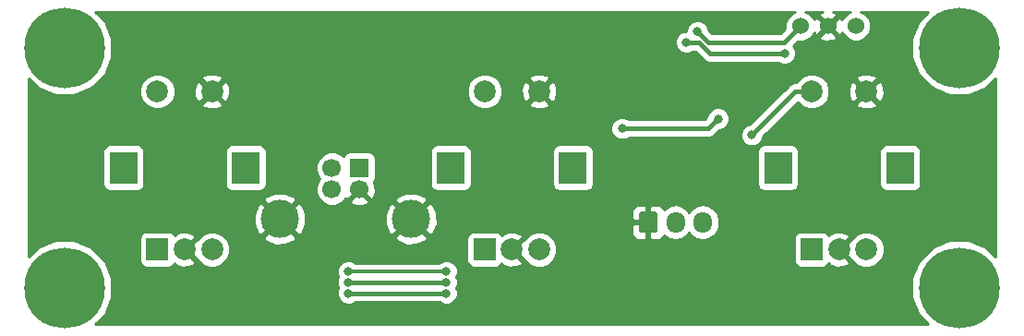
<source format=gbr>
G04 #@! TF.GenerationSoftware,KiCad,Pcbnew,5.0.2-bee76a0~70~ubuntu16.04.1*
G04 #@! TF.CreationDate,2019-03-20T11:43:52+01:00*
G04 #@! TF.ProjectId,controller,636f6e74-726f-46c6-9c65-722e6b696361,rev?*
G04 #@! TF.SameCoordinates,Original*
G04 #@! TF.FileFunction,Copper,L2,Bot*
G04 #@! TF.FilePolarity,Positive*
%FSLAX46Y46*%
G04 Gerber Fmt 4.6, Leading zero omitted, Abs format (unit mm)*
G04 Created by KiCad (PCBNEW 5.0.2-bee76a0~70~ubuntu16.04.1) date Wed 20 Mar 2019 11:43:52 AM CET*
%MOMM*%
%LPD*%
G01*
G04 APERTURE LIST*
G04 #@! TA.AperFunction,ComponentPad*
%ADD10R,1.700000X1.700000*%
G04 #@! TD*
G04 #@! TA.AperFunction,ComponentPad*
%ADD11C,1.700000*%
G04 #@! TD*
G04 #@! TA.AperFunction,ComponentPad*
%ADD12C,3.500000*%
G04 #@! TD*
G04 #@! TA.AperFunction,ComponentPad*
%ADD13C,7.400000*%
G04 #@! TD*
G04 #@! TA.AperFunction,Conductor*
%ADD14C,0.100000*%
G04 #@! TD*
G04 #@! TA.AperFunction,ComponentPad*
%ADD15O,1.700000X1.950000*%
G04 #@! TD*
G04 #@! TA.AperFunction,ComponentPad*
%ADD16C,2.000000*%
G04 #@! TD*
G04 #@! TA.AperFunction,ComponentPad*
%ADD17R,2.500000X3.000000*%
G04 #@! TD*
G04 #@! TA.AperFunction,ComponentPad*
%ADD18R,2.000000X2.000000*%
G04 #@! TD*
G04 #@! TA.AperFunction,ComponentPad*
%ADD19C,1.524000*%
G04 #@! TD*
G04 #@! TA.AperFunction,ViaPad*
%ADD20C,0.800000*%
G04 #@! TD*
G04 #@! TA.AperFunction,Conductor*
%ADD21C,0.300000*%
G04 #@! TD*
G04 #@! TA.AperFunction,Conductor*
%ADD22C,0.400000*%
G04 #@! TD*
G04 #@! TA.AperFunction,Conductor*
%ADD23C,0.254000*%
G04 #@! TD*
G04 APERTURE END LIST*
D10*
G04 #@! TO.P,J1,1*
G04 #@! TO.N,+5V*
X126000000Y-60000000D03*
D11*
G04 #@! TO.P,J1,2*
G04 #@! TO.N,Net-(J1-Pad2)*
X123500000Y-60000000D03*
G04 #@! TO.P,J1,3*
G04 #@! TO.N,Net-(J1-Pad3)*
X123500000Y-62000000D03*
G04 #@! TO.P,J1,4*
G04 #@! TO.N,GND*
X126000000Y-62000000D03*
D12*
G04 #@! TO.P,J1,5*
X130770000Y-64710000D03*
X118730000Y-64710000D03*
G04 #@! TD*
D13*
G04 #@! TO.P,H1,1*
G04 #@! TO.N,N/C*
X181000000Y-71000000D03*
G04 #@! TD*
G04 #@! TO.P,H2,1*
G04 #@! TO.N,N/C*
X99000000Y-49000000D03*
G04 #@! TD*
G04 #@! TO.P,H3,1*
G04 #@! TO.N,N/C*
X181000000Y-49000000D03*
G04 #@! TD*
G04 #@! TO.P,H4,1*
G04 #@! TO.N,N/C*
X99000000Y-71000000D03*
G04 #@! TD*
D14*
G04 #@! TO.N,GND*
G04 #@! TO.C,J2*
G36*
X153124504Y-64026204D02*
X153148773Y-64029804D01*
X153172571Y-64035765D01*
X153195671Y-64044030D01*
X153217849Y-64054520D01*
X153238893Y-64067133D01*
X153258598Y-64081747D01*
X153276777Y-64098223D01*
X153293253Y-64116402D01*
X153307867Y-64136107D01*
X153320480Y-64157151D01*
X153330970Y-64179329D01*
X153339235Y-64202429D01*
X153345196Y-64226227D01*
X153348796Y-64250496D01*
X153350000Y-64275000D01*
X153350000Y-65725000D01*
X153348796Y-65749504D01*
X153345196Y-65773773D01*
X153339235Y-65797571D01*
X153330970Y-65820671D01*
X153320480Y-65842849D01*
X153307867Y-65863893D01*
X153293253Y-65883598D01*
X153276777Y-65901777D01*
X153258598Y-65918253D01*
X153238893Y-65932867D01*
X153217849Y-65945480D01*
X153195671Y-65955970D01*
X153172571Y-65964235D01*
X153148773Y-65970196D01*
X153124504Y-65973796D01*
X153100000Y-65975000D01*
X151900000Y-65975000D01*
X151875496Y-65973796D01*
X151851227Y-65970196D01*
X151827429Y-65964235D01*
X151804329Y-65955970D01*
X151782151Y-65945480D01*
X151761107Y-65932867D01*
X151741402Y-65918253D01*
X151723223Y-65901777D01*
X151706747Y-65883598D01*
X151692133Y-65863893D01*
X151679520Y-65842849D01*
X151669030Y-65820671D01*
X151660765Y-65797571D01*
X151654804Y-65773773D01*
X151651204Y-65749504D01*
X151650000Y-65725000D01*
X151650000Y-64275000D01*
X151651204Y-64250496D01*
X151654804Y-64226227D01*
X151660765Y-64202429D01*
X151669030Y-64179329D01*
X151679520Y-64157151D01*
X151692133Y-64136107D01*
X151706747Y-64116402D01*
X151723223Y-64098223D01*
X151741402Y-64081747D01*
X151761107Y-64067133D01*
X151782151Y-64054520D01*
X151804329Y-64044030D01*
X151827429Y-64035765D01*
X151851227Y-64029804D01*
X151875496Y-64026204D01*
X151900000Y-64025000D01*
X153100000Y-64025000D01*
X153124504Y-64026204D01*
X153124504Y-64026204D01*
G37*
D11*
G04 #@! TD*
G04 #@! TO.P,J2,1*
G04 #@! TO.N,GND*
X152500000Y-65000000D03*
D15*
G04 #@! TO.P,J2,2*
G04 #@! TO.N,/LED_DATA*
X155000000Y-65000000D03*
G04 #@! TO.P,J2,3*
G04 #@! TO.N,+5V*
X157500000Y-65000000D03*
G04 #@! TD*
D16*
G04 #@! TO.P,SW1,S2*
G04 #@! TO.N,GND*
X112500000Y-53000000D03*
G04 #@! TO.P,SW1,S1*
G04 #@! TO.N,Net-(SW1-PadS1)*
X107500000Y-53000000D03*
D17*
G04 #@! TO.P,SW1,MP*
G04 #@! TO.N,N/C*
X115600000Y-60000000D03*
X104400000Y-60000000D03*
D16*
G04 #@! TO.P,SW1,B*
G04 #@! TO.N,Net-(SW1-PadB)*
X112500000Y-67500000D03*
G04 #@! TO.P,SW1,C*
G04 #@! TO.N,GND*
X110000000Y-67500000D03*
D18*
G04 #@! TO.P,SW1,A*
G04 #@! TO.N,Net-(SW1-PadA)*
X107500000Y-67500000D03*
G04 #@! TD*
G04 #@! TO.P,SW2,A*
G04 #@! TO.N,Net-(SW2-PadA)*
X137500000Y-67500000D03*
D16*
G04 #@! TO.P,SW2,C*
G04 #@! TO.N,GND*
X140000000Y-67500000D03*
G04 #@! TO.P,SW2,B*
G04 #@! TO.N,Net-(SW2-PadB)*
X142500000Y-67500000D03*
D17*
G04 #@! TO.P,SW2,MP*
G04 #@! TO.N,N/C*
X134400000Y-60000000D03*
X145600000Y-60000000D03*
D16*
G04 #@! TO.P,SW2,S1*
G04 #@! TO.N,Net-(SW2-PadS1)*
X137500000Y-53000000D03*
G04 #@! TO.P,SW2,S2*
G04 #@! TO.N,GND*
X142500000Y-53000000D03*
G04 #@! TD*
G04 #@! TO.P,SW3,S2*
G04 #@! TO.N,GND*
X172500000Y-53000000D03*
G04 #@! TO.P,SW3,S1*
G04 #@! TO.N,Net-(SW3-PadS1)*
X167500000Y-53000000D03*
D17*
G04 #@! TO.P,SW3,MP*
G04 #@! TO.N,N/C*
X175600000Y-60000000D03*
X164400000Y-60000000D03*
D16*
G04 #@! TO.P,SW3,B*
G04 #@! TO.N,Net-(SW3-PadB)*
X172500000Y-67500000D03*
G04 #@! TO.P,SW3,C*
G04 #@! TO.N,GND*
X170000000Y-67500000D03*
D18*
G04 #@! TO.P,SW3,A*
G04 #@! TO.N,Net-(SW3-PadA)*
X167500000Y-67500000D03*
G04 #@! TD*
D19*
G04 #@! TO.P,X2,1*
G04 #@! TO.N,/SWDIO*
X171540000Y-47000000D03*
G04 #@! TO.P,X2,2*
G04 #@! TO.N,GND*
X169000000Y-47000000D03*
G04 #@! TO.P,X2,3*
G04 #@! TO.N,/SWCLK*
X166460000Y-47000000D03*
G04 #@! TD*
D20*
G04 #@! TO.N,GND*
X128000000Y-54000000D03*
X121000000Y-56000000D03*
X120000000Y-55000000D03*
X148500000Y-55500000D03*
X148500000Y-48500000D03*
X162136404Y-53363596D03*
G04 #@! TO.N,Net-(SW1-PadS1)*
X134000000Y-69500000D03*
X125000000Y-69500000D03*
G04 #@! TO.N,Net-(SW1-PadB)*
X134000000Y-70500000D03*
X125000000Y-70500000D03*
G04 #@! TO.N,Net-(SW1-PadA)*
X134000000Y-71500000D03*
X125000000Y-71500000D03*
G04 #@! TO.N,Net-(SW2-PadS1)*
X150100000Y-56400000D03*
X158900000Y-55500000D03*
G04 #@! TO.N,Net-(SW3-PadS1)*
X162000000Y-57000000D03*
G04 #@! TO.N,/SWDIO*
X156000000Y-48500000D03*
X165000000Y-49500000D03*
G04 #@! TO.N,/SWCLK*
X157000000Y-47500000D03*
G04 #@! TD*
D21*
G04 #@! TO.N,Net-(SW1-PadS1)*
X134000000Y-69500000D02*
X125000000Y-69500000D01*
D22*
G04 #@! TO.N,Net-(SW1-PadB)*
X134000000Y-70500000D02*
X125000000Y-70500000D01*
G04 #@! TO.N,Net-(SW1-PadA)*
X125000000Y-71500000D02*
X134000000Y-71500000D01*
G04 #@! TO.N,Net-(SW2-PadS1)*
X158000000Y-56400000D02*
X158500001Y-55899999D01*
X158500001Y-55899999D02*
X158900000Y-55500000D01*
X150100000Y-56400000D02*
X158000000Y-56400000D01*
G04 #@! TO.N,Net-(SW3-PadS1)*
X166000000Y-53000000D02*
X167500000Y-53000000D01*
X162000000Y-57000000D02*
X166000000Y-53000000D01*
G04 #@! TO.N,/SWDIO*
X158151458Y-49500000D02*
X165000000Y-49500000D01*
X157151458Y-48500000D02*
X158151458Y-49500000D01*
X156000000Y-48500000D02*
X157151458Y-48500000D01*
G04 #@! TO.N,/SWCLK*
X164960000Y-48500000D02*
X166460000Y-47000000D01*
X158000000Y-48500000D02*
X164960000Y-48500000D01*
X157000000Y-47500000D02*
X158000000Y-48500000D01*
G04 #@! TD*
D23*
G04 #@! TO.N,GND*
G36*
X165668663Y-45815680D02*
X165275680Y-46208663D01*
X165063000Y-46722119D01*
X165063000Y-47216132D01*
X164614133Y-47665000D01*
X158345868Y-47665000D01*
X158035000Y-47354133D01*
X158035000Y-47294126D01*
X157877431Y-46913720D01*
X157586280Y-46622569D01*
X157205874Y-46465000D01*
X156794126Y-46465000D01*
X156413720Y-46622569D01*
X156122569Y-46913720D01*
X155965000Y-47294126D01*
X155965000Y-47465000D01*
X155794126Y-47465000D01*
X155413720Y-47622569D01*
X155122569Y-47913720D01*
X154965000Y-48294126D01*
X154965000Y-48705874D01*
X155122569Y-49086280D01*
X155413720Y-49377431D01*
X155794126Y-49535000D01*
X156205874Y-49535000D01*
X156586280Y-49377431D01*
X156628711Y-49335000D01*
X156805591Y-49335000D01*
X157502873Y-50032282D01*
X157549457Y-50102001D01*
X157825657Y-50286552D01*
X158069221Y-50335000D01*
X158151458Y-50351358D01*
X158233695Y-50335000D01*
X164371289Y-50335000D01*
X164413720Y-50377431D01*
X164794126Y-50535000D01*
X165205874Y-50535000D01*
X165586280Y-50377431D01*
X165877431Y-50086280D01*
X166035000Y-49705874D01*
X166035000Y-49294126D01*
X165877431Y-48913720D01*
X165802289Y-48838578D01*
X166243868Y-48397000D01*
X166737881Y-48397000D01*
X167251337Y-48184320D01*
X167455444Y-47980213D01*
X168199392Y-47980213D01*
X168268857Y-48222397D01*
X168792302Y-48409144D01*
X169347368Y-48381362D01*
X169731143Y-48222397D01*
X169800608Y-47980213D01*
X169000000Y-47179605D01*
X168199392Y-47980213D01*
X167455444Y-47980213D01*
X167644320Y-47791337D01*
X167723428Y-47600353D01*
X167777603Y-47731143D01*
X168019787Y-47800608D01*
X168820395Y-47000000D01*
X168019787Y-46199392D01*
X167777603Y-46268857D01*
X167727465Y-46409393D01*
X167644320Y-46208663D01*
X167251337Y-45815680D01*
X166935847Y-45685000D01*
X168492420Y-45685000D01*
X168268857Y-45777603D01*
X168199392Y-46019787D01*
X169000000Y-46820395D01*
X169800608Y-46019787D01*
X169731143Y-45777603D01*
X169471580Y-45685000D01*
X171064153Y-45685000D01*
X170748663Y-45815680D01*
X170355680Y-46208663D01*
X170276572Y-46399647D01*
X170222397Y-46268857D01*
X169980213Y-46199392D01*
X169179605Y-47000000D01*
X169980213Y-47800608D01*
X170222397Y-47731143D01*
X170272535Y-47590607D01*
X170355680Y-47791337D01*
X170748663Y-48184320D01*
X171262119Y-48397000D01*
X171817881Y-48397000D01*
X172331337Y-48184320D01*
X172724320Y-47791337D01*
X172937000Y-47277881D01*
X172937000Y-46722119D01*
X172724320Y-46208663D01*
X172331337Y-45815680D01*
X172015847Y-45685000D01*
X178184384Y-45685000D01*
X177324964Y-46544420D01*
X176665000Y-48137715D01*
X176665000Y-49862285D01*
X177324964Y-51455580D01*
X178544420Y-52675036D01*
X180137715Y-53335000D01*
X181862285Y-53335000D01*
X183455580Y-52675036D01*
X184315000Y-51815616D01*
X184315001Y-68184385D01*
X183455580Y-67324964D01*
X181862285Y-66665000D01*
X180137715Y-66665000D01*
X178544420Y-67324964D01*
X177324964Y-68544420D01*
X176665000Y-70137715D01*
X176665000Y-71862285D01*
X177324964Y-73455580D01*
X178184384Y-74315000D01*
X101815616Y-74315000D01*
X102675036Y-73455580D01*
X103335000Y-71862285D01*
X103335000Y-70137715D01*
X102985575Y-69294126D01*
X123965000Y-69294126D01*
X123965000Y-69705874D01*
X124086831Y-70000000D01*
X123965000Y-70294126D01*
X123965000Y-70705874D01*
X124086831Y-71000000D01*
X123965000Y-71294126D01*
X123965000Y-71705874D01*
X124122569Y-72086280D01*
X124413720Y-72377431D01*
X124794126Y-72535000D01*
X125205874Y-72535000D01*
X125586280Y-72377431D01*
X125628711Y-72335000D01*
X133371289Y-72335000D01*
X133413720Y-72377431D01*
X133794126Y-72535000D01*
X134205874Y-72535000D01*
X134586280Y-72377431D01*
X134877431Y-72086280D01*
X135035000Y-71705874D01*
X135035000Y-71294126D01*
X134913169Y-71000000D01*
X135035000Y-70705874D01*
X135035000Y-70294126D01*
X134913169Y-70000000D01*
X135035000Y-69705874D01*
X135035000Y-69294126D01*
X134877431Y-68913720D01*
X134586280Y-68622569D01*
X134205874Y-68465000D01*
X133794126Y-68465000D01*
X133413720Y-68622569D01*
X133321289Y-68715000D01*
X125678711Y-68715000D01*
X125586280Y-68622569D01*
X125205874Y-68465000D01*
X124794126Y-68465000D01*
X124413720Y-68622569D01*
X124122569Y-68913720D01*
X123965000Y-69294126D01*
X102985575Y-69294126D01*
X102675036Y-68544420D01*
X101455580Y-67324964D01*
X99862285Y-66665000D01*
X98137715Y-66665000D01*
X96544420Y-67324964D01*
X95685000Y-68184384D01*
X95685000Y-66500000D01*
X105852560Y-66500000D01*
X105852560Y-68500000D01*
X105901843Y-68747765D01*
X106042191Y-68957809D01*
X106252235Y-69098157D01*
X106500000Y-69147440D01*
X108500000Y-69147440D01*
X108747765Y-69098157D01*
X108957809Y-68957809D01*
X109075062Y-68782329D01*
X109125736Y-68919387D01*
X109735461Y-69145908D01*
X110385460Y-69121856D01*
X110874264Y-68919387D01*
X110972927Y-68652532D01*
X110000000Y-67679605D01*
X109985858Y-67693748D01*
X109806253Y-67514143D01*
X109820395Y-67500000D01*
X110179605Y-67500000D01*
X111152532Y-68472927D01*
X111158486Y-68470725D01*
X111573847Y-68886086D01*
X112174778Y-69135000D01*
X112825222Y-69135000D01*
X113426153Y-68886086D01*
X113886086Y-68426153D01*
X114135000Y-67825222D01*
X114135000Y-67174778D01*
X113886086Y-66573847D01*
X113716767Y-66404528D01*
X117215077Y-66404528D01*
X117405364Y-66749271D01*
X118286591Y-67100956D01*
X119235323Y-67088641D01*
X120054636Y-66749271D01*
X120244923Y-66404528D01*
X129255077Y-66404528D01*
X129445364Y-66749271D01*
X130326591Y-67100956D01*
X131275323Y-67088641D01*
X132094636Y-66749271D01*
X132232225Y-66500000D01*
X135852560Y-66500000D01*
X135852560Y-68500000D01*
X135901843Y-68747765D01*
X136042191Y-68957809D01*
X136252235Y-69098157D01*
X136500000Y-69147440D01*
X138500000Y-69147440D01*
X138747765Y-69098157D01*
X138957809Y-68957809D01*
X139075062Y-68782329D01*
X139125736Y-68919387D01*
X139735461Y-69145908D01*
X140385460Y-69121856D01*
X140874264Y-68919387D01*
X140972927Y-68652532D01*
X140000000Y-67679605D01*
X139985858Y-67693748D01*
X139806253Y-67514143D01*
X139820395Y-67500000D01*
X140179605Y-67500000D01*
X141152532Y-68472927D01*
X141158486Y-68470725D01*
X141573847Y-68886086D01*
X142174778Y-69135000D01*
X142825222Y-69135000D01*
X143426153Y-68886086D01*
X143886086Y-68426153D01*
X144135000Y-67825222D01*
X144135000Y-67174778D01*
X143886086Y-66573847D01*
X143426153Y-66113914D01*
X142825222Y-65865000D01*
X142174778Y-65865000D01*
X141573847Y-66113914D01*
X141158486Y-66529275D01*
X141152532Y-66527073D01*
X140179605Y-67500000D01*
X139820395Y-67500000D01*
X139806253Y-67485858D01*
X139985858Y-67306253D01*
X140000000Y-67320395D01*
X140972927Y-66347468D01*
X140874264Y-66080613D01*
X140264539Y-65854092D01*
X139614540Y-65878144D01*
X139125736Y-66080613D01*
X139075062Y-66217671D01*
X138957809Y-66042191D01*
X138747765Y-65901843D01*
X138500000Y-65852560D01*
X136500000Y-65852560D01*
X136252235Y-65901843D01*
X136042191Y-66042191D01*
X135901843Y-66252235D01*
X135852560Y-66500000D01*
X132232225Y-66500000D01*
X132284923Y-66404528D01*
X130770000Y-64889605D01*
X129255077Y-66404528D01*
X120244923Y-66404528D01*
X118730000Y-64889605D01*
X117215077Y-66404528D01*
X113716767Y-66404528D01*
X113426153Y-66113914D01*
X112825222Y-65865000D01*
X112174778Y-65865000D01*
X111573847Y-66113914D01*
X111158486Y-66529275D01*
X111152532Y-66527073D01*
X110179605Y-67500000D01*
X109820395Y-67500000D01*
X109806253Y-67485858D01*
X109985858Y-67306253D01*
X110000000Y-67320395D01*
X110972927Y-66347468D01*
X110874264Y-66080613D01*
X110264539Y-65854092D01*
X109614540Y-65878144D01*
X109125736Y-66080613D01*
X109075062Y-66217671D01*
X108957809Y-66042191D01*
X108747765Y-65901843D01*
X108500000Y-65852560D01*
X106500000Y-65852560D01*
X106252235Y-65901843D01*
X106042191Y-66042191D01*
X105901843Y-66252235D01*
X105852560Y-66500000D01*
X95685000Y-66500000D01*
X95685000Y-64266591D01*
X116339044Y-64266591D01*
X116351359Y-65215323D01*
X116690729Y-66034636D01*
X117035472Y-66224923D01*
X118550395Y-64710000D01*
X118909605Y-64710000D01*
X120424528Y-66224923D01*
X120769271Y-66034636D01*
X121120956Y-65153409D01*
X121109445Y-64266591D01*
X128379044Y-64266591D01*
X128391359Y-65215323D01*
X128730729Y-66034636D01*
X129075472Y-66224923D01*
X130590395Y-64710000D01*
X130949605Y-64710000D01*
X132464528Y-66224923D01*
X132809271Y-66034636D01*
X133108140Y-65285750D01*
X151015000Y-65285750D01*
X151015000Y-66101310D01*
X151111673Y-66334699D01*
X151290302Y-66513327D01*
X151523691Y-66610000D01*
X152214250Y-66610000D01*
X152373000Y-66451250D01*
X152373000Y-65127000D01*
X151173750Y-65127000D01*
X151015000Y-65285750D01*
X133108140Y-65285750D01*
X133160956Y-65153409D01*
X133148641Y-64204677D01*
X133021898Y-63898690D01*
X151015000Y-63898690D01*
X151015000Y-64714250D01*
X151173750Y-64873000D01*
X152373000Y-64873000D01*
X152373000Y-63548750D01*
X152627000Y-63548750D01*
X152627000Y-64873000D01*
X152647000Y-64873000D01*
X152647000Y-65127000D01*
X152627000Y-65127000D01*
X152627000Y-66451250D01*
X152785750Y-66610000D01*
X153476309Y-66610000D01*
X153709698Y-66513327D01*
X153888327Y-66334699D01*
X153942344Y-66204291D01*
X154420583Y-66523839D01*
X155000000Y-66639092D01*
X155579418Y-66523839D01*
X156070625Y-66195625D01*
X156250000Y-65927171D01*
X156429375Y-66195625D01*
X156920583Y-66523839D01*
X157500000Y-66639092D01*
X158079418Y-66523839D01*
X158115095Y-66500000D01*
X165852560Y-66500000D01*
X165852560Y-68500000D01*
X165901843Y-68747765D01*
X166042191Y-68957809D01*
X166252235Y-69098157D01*
X166500000Y-69147440D01*
X168500000Y-69147440D01*
X168747765Y-69098157D01*
X168957809Y-68957809D01*
X169075062Y-68782329D01*
X169125736Y-68919387D01*
X169735461Y-69145908D01*
X170385460Y-69121856D01*
X170874264Y-68919387D01*
X170972927Y-68652532D01*
X170000000Y-67679605D01*
X169985858Y-67693748D01*
X169806253Y-67514143D01*
X169820395Y-67500000D01*
X170179605Y-67500000D01*
X171152532Y-68472927D01*
X171158486Y-68470725D01*
X171573847Y-68886086D01*
X172174778Y-69135000D01*
X172825222Y-69135000D01*
X173426153Y-68886086D01*
X173886086Y-68426153D01*
X174135000Y-67825222D01*
X174135000Y-67174778D01*
X173886086Y-66573847D01*
X173426153Y-66113914D01*
X172825222Y-65865000D01*
X172174778Y-65865000D01*
X171573847Y-66113914D01*
X171158486Y-66529275D01*
X171152532Y-66527073D01*
X170179605Y-67500000D01*
X169820395Y-67500000D01*
X169806253Y-67485858D01*
X169985858Y-67306253D01*
X170000000Y-67320395D01*
X170972927Y-66347468D01*
X170874264Y-66080613D01*
X170264539Y-65854092D01*
X169614540Y-65878144D01*
X169125736Y-66080613D01*
X169075062Y-66217671D01*
X168957809Y-66042191D01*
X168747765Y-65901843D01*
X168500000Y-65852560D01*
X166500000Y-65852560D01*
X166252235Y-65901843D01*
X166042191Y-66042191D01*
X165901843Y-66252235D01*
X165852560Y-66500000D01*
X158115095Y-66500000D01*
X158570625Y-66195625D01*
X158898839Y-65704417D01*
X158985000Y-65271255D01*
X158985000Y-64728744D01*
X158898839Y-64295582D01*
X158570625Y-63804375D01*
X158079417Y-63476161D01*
X157500000Y-63360908D01*
X156920582Y-63476161D01*
X156429375Y-63804375D01*
X156250000Y-64072829D01*
X156070625Y-63804375D01*
X155579417Y-63476161D01*
X155000000Y-63360908D01*
X154420582Y-63476161D01*
X153942344Y-63795709D01*
X153888327Y-63665301D01*
X153709698Y-63486673D01*
X153476309Y-63390000D01*
X152785750Y-63390000D01*
X152627000Y-63548750D01*
X152373000Y-63548750D01*
X152214250Y-63390000D01*
X151523691Y-63390000D01*
X151290302Y-63486673D01*
X151111673Y-63665301D01*
X151015000Y-63898690D01*
X133021898Y-63898690D01*
X132809271Y-63385364D01*
X132464528Y-63195077D01*
X130949605Y-64710000D01*
X130590395Y-64710000D01*
X129075472Y-63195077D01*
X128730729Y-63385364D01*
X128379044Y-64266591D01*
X121109445Y-64266591D01*
X121108641Y-64204677D01*
X120769271Y-63385364D01*
X120424528Y-63195077D01*
X118909605Y-64710000D01*
X118550395Y-64710000D01*
X117035472Y-63195077D01*
X116690729Y-63385364D01*
X116339044Y-64266591D01*
X95685000Y-64266591D01*
X95685000Y-63015472D01*
X117215077Y-63015472D01*
X118730000Y-64530395D01*
X120244923Y-63015472D01*
X120054636Y-62670729D01*
X119173409Y-62319044D01*
X118224677Y-62331359D01*
X117405364Y-62670729D01*
X117215077Y-63015472D01*
X95685000Y-63015472D01*
X95685000Y-58500000D01*
X102502560Y-58500000D01*
X102502560Y-61500000D01*
X102551843Y-61747765D01*
X102692191Y-61957809D01*
X102902235Y-62098157D01*
X103150000Y-62147440D01*
X105650000Y-62147440D01*
X105897765Y-62098157D01*
X106107809Y-61957809D01*
X106248157Y-61747765D01*
X106297440Y-61500000D01*
X106297440Y-58500000D01*
X113702560Y-58500000D01*
X113702560Y-61500000D01*
X113751843Y-61747765D01*
X113892191Y-61957809D01*
X114102235Y-62098157D01*
X114350000Y-62147440D01*
X116850000Y-62147440D01*
X117097765Y-62098157D01*
X117307809Y-61957809D01*
X117448157Y-61747765D01*
X117497440Y-61500000D01*
X117497440Y-59704615D01*
X122015000Y-59704615D01*
X122015000Y-60295385D01*
X122241078Y-60841185D01*
X122399893Y-61000000D01*
X122241078Y-61158815D01*
X122015000Y-61704615D01*
X122015000Y-62295385D01*
X122241078Y-62841185D01*
X122658815Y-63258922D01*
X123204615Y-63485000D01*
X123795385Y-63485000D01*
X124341185Y-63258922D01*
X124556149Y-63043958D01*
X125135647Y-63043958D01*
X125215920Y-63295259D01*
X125771279Y-63496718D01*
X126361458Y-63470315D01*
X126784080Y-63295259D01*
X126864353Y-63043958D01*
X126835867Y-63015472D01*
X129255077Y-63015472D01*
X130770000Y-64530395D01*
X132284923Y-63015472D01*
X132094636Y-62670729D01*
X131213409Y-62319044D01*
X130264677Y-62331359D01*
X129445364Y-62670729D01*
X129255077Y-63015472D01*
X126835867Y-63015472D01*
X126000000Y-62179605D01*
X125135647Y-63043958D01*
X124556149Y-63043958D01*
X124758922Y-62841185D01*
X124773481Y-62806037D01*
X124956042Y-62864353D01*
X125820395Y-62000000D01*
X125806253Y-61985858D01*
X125985858Y-61806253D01*
X126000000Y-61820395D01*
X126014143Y-61806253D01*
X126193748Y-61985858D01*
X126179605Y-62000000D01*
X127043958Y-62864353D01*
X127295259Y-62784080D01*
X127496718Y-62228721D01*
X127470315Y-61638542D01*
X127323558Y-61284239D01*
X127448157Y-61097765D01*
X127497440Y-60850000D01*
X127497440Y-59150000D01*
X127448157Y-58902235D01*
X127307809Y-58692191D01*
X127097765Y-58551843D01*
X126850000Y-58502560D01*
X125150000Y-58502560D01*
X124902235Y-58551843D01*
X124692191Y-58692191D01*
X124551843Y-58902235D01*
X124543630Y-58943523D01*
X124341185Y-58741078D01*
X123795385Y-58515000D01*
X123204615Y-58515000D01*
X122658815Y-58741078D01*
X122241078Y-59158815D01*
X122015000Y-59704615D01*
X117497440Y-59704615D01*
X117497440Y-58500000D01*
X132502560Y-58500000D01*
X132502560Y-61500000D01*
X132551843Y-61747765D01*
X132692191Y-61957809D01*
X132902235Y-62098157D01*
X133150000Y-62147440D01*
X135650000Y-62147440D01*
X135897765Y-62098157D01*
X136107809Y-61957809D01*
X136248157Y-61747765D01*
X136297440Y-61500000D01*
X136297440Y-58500000D01*
X143702560Y-58500000D01*
X143702560Y-61500000D01*
X143751843Y-61747765D01*
X143892191Y-61957809D01*
X144102235Y-62098157D01*
X144350000Y-62147440D01*
X146850000Y-62147440D01*
X147097765Y-62098157D01*
X147307809Y-61957809D01*
X147448157Y-61747765D01*
X147497440Y-61500000D01*
X147497440Y-58500000D01*
X162502560Y-58500000D01*
X162502560Y-61500000D01*
X162551843Y-61747765D01*
X162692191Y-61957809D01*
X162902235Y-62098157D01*
X163150000Y-62147440D01*
X165650000Y-62147440D01*
X165897765Y-62098157D01*
X166107809Y-61957809D01*
X166248157Y-61747765D01*
X166297440Y-61500000D01*
X166297440Y-58500000D01*
X173702560Y-58500000D01*
X173702560Y-61500000D01*
X173751843Y-61747765D01*
X173892191Y-61957809D01*
X174102235Y-62098157D01*
X174350000Y-62147440D01*
X176850000Y-62147440D01*
X177097765Y-62098157D01*
X177307809Y-61957809D01*
X177448157Y-61747765D01*
X177497440Y-61500000D01*
X177497440Y-58500000D01*
X177448157Y-58252235D01*
X177307809Y-58042191D01*
X177097765Y-57901843D01*
X176850000Y-57852560D01*
X174350000Y-57852560D01*
X174102235Y-57901843D01*
X173892191Y-58042191D01*
X173751843Y-58252235D01*
X173702560Y-58500000D01*
X166297440Y-58500000D01*
X166248157Y-58252235D01*
X166107809Y-58042191D01*
X165897765Y-57901843D01*
X165650000Y-57852560D01*
X163150000Y-57852560D01*
X162902235Y-57901843D01*
X162692191Y-58042191D01*
X162551843Y-58252235D01*
X162502560Y-58500000D01*
X147497440Y-58500000D01*
X147448157Y-58252235D01*
X147307809Y-58042191D01*
X147097765Y-57901843D01*
X146850000Y-57852560D01*
X144350000Y-57852560D01*
X144102235Y-57901843D01*
X143892191Y-58042191D01*
X143751843Y-58252235D01*
X143702560Y-58500000D01*
X136297440Y-58500000D01*
X136248157Y-58252235D01*
X136107809Y-58042191D01*
X135897765Y-57901843D01*
X135650000Y-57852560D01*
X133150000Y-57852560D01*
X132902235Y-57901843D01*
X132692191Y-58042191D01*
X132551843Y-58252235D01*
X132502560Y-58500000D01*
X117497440Y-58500000D01*
X117448157Y-58252235D01*
X117307809Y-58042191D01*
X117097765Y-57901843D01*
X116850000Y-57852560D01*
X114350000Y-57852560D01*
X114102235Y-57901843D01*
X113892191Y-58042191D01*
X113751843Y-58252235D01*
X113702560Y-58500000D01*
X106297440Y-58500000D01*
X106248157Y-58252235D01*
X106107809Y-58042191D01*
X105897765Y-57901843D01*
X105650000Y-57852560D01*
X103150000Y-57852560D01*
X102902235Y-57901843D01*
X102692191Y-58042191D01*
X102551843Y-58252235D01*
X102502560Y-58500000D01*
X95685000Y-58500000D01*
X95685000Y-56194126D01*
X149065000Y-56194126D01*
X149065000Y-56605874D01*
X149222569Y-56986280D01*
X149513720Y-57277431D01*
X149894126Y-57435000D01*
X150305874Y-57435000D01*
X150686280Y-57277431D01*
X150728711Y-57235000D01*
X157917767Y-57235000D01*
X158000000Y-57251357D01*
X158082233Y-57235000D01*
X158082237Y-57235000D01*
X158325801Y-57186552D01*
X158602001Y-57002001D01*
X158648587Y-56932280D01*
X158786741Y-56794126D01*
X160965000Y-56794126D01*
X160965000Y-57205874D01*
X161122569Y-57586280D01*
X161413720Y-57877431D01*
X161794126Y-58035000D01*
X162205874Y-58035000D01*
X162586280Y-57877431D01*
X162877431Y-57586280D01*
X163035000Y-57205874D01*
X163035000Y-57145867D01*
X166184314Y-53996553D01*
X166573847Y-54386086D01*
X167174778Y-54635000D01*
X167825222Y-54635000D01*
X168426153Y-54386086D01*
X168659707Y-54152532D01*
X171527073Y-54152532D01*
X171625736Y-54419387D01*
X172235461Y-54645908D01*
X172885460Y-54621856D01*
X173374264Y-54419387D01*
X173472927Y-54152532D01*
X172500000Y-53179605D01*
X171527073Y-54152532D01*
X168659707Y-54152532D01*
X168886086Y-53926153D01*
X169135000Y-53325222D01*
X169135000Y-52735461D01*
X170854092Y-52735461D01*
X170878144Y-53385460D01*
X171080613Y-53874264D01*
X171347468Y-53972927D01*
X172320395Y-53000000D01*
X172679605Y-53000000D01*
X173652532Y-53972927D01*
X173919387Y-53874264D01*
X174145908Y-53264539D01*
X174121856Y-52614540D01*
X173919387Y-52125736D01*
X173652532Y-52027073D01*
X172679605Y-53000000D01*
X172320395Y-53000000D01*
X171347468Y-52027073D01*
X171080613Y-52125736D01*
X170854092Y-52735461D01*
X169135000Y-52735461D01*
X169135000Y-52674778D01*
X168886086Y-52073847D01*
X168659707Y-51847468D01*
X171527073Y-51847468D01*
X172500000Y-52820395D01*
X173472927Y-51847468D01*
X173374264Y-51580613D01*
X172764539Y-51354092D01*
X172114540Y-51378144D01*
X171625736Y-51580613D01*
X171527073Y-51847468D01*
X168659707Y-51847468D01*
X168426153Y-51613914D01*
X167825222Y-51365000D01*
X167174778Y-51365000D01*
X166573847Y-51613914D01*
X166113914Y-52073847D01*
X166076620Y-52163884D01*
X165999999Y-52148643D01*
X165917766Y-52165000D01*
X165917763Y-52165000D01*
X165674199Y-52213448D01*
X165397999Y-52397999D01*
X165351415Y-52467717D01*
X161854133Y-55965000D01*
X161794126Y-55965000D01*
X161413720Y-56122569D01*
X161122569Y-56413720D01*
X160965000Y-56794126D01*
X158786741Y-56794126D01*
X159045867Y-56535000D01*
X159105874Y-56535000D01*
X159486280Y-56377431D01*
X159777431Y-56086280D01*
X159935000Y-55705874D01*
X159935000Y-55294126D01*
X159777431Y-54913720D01*
X159486280Y-54622569D01*
X159105874Y-54465000D01*
X158694126Y-54465000D01*
X158313720Y-54622569D01*
X158022569Y-54913720D01*
X157865000Y-55294126D01*
X157865000Y-55354133D01*
X157654133Y-55565000D01*
X150728711Y-55565000D01*
X150686280Y-55522569D01*
X150305874Y-55365000D01*
X149894126Y-55365000D01*
X149513720Y-55522569D01*
X149222569Y-55813720D01*
X149065000Y-56194126D01*
X95685000Y-56194126D01*
X95685000Y-51815616D01*
X96544420Y-52675036D01*
X98137715Y-53335000D01*
X99862285Y-53335000D01*
X101455580Y-52675036D01*
X101455838Y-52674778D01*
X105865000Y-52674778D01*
X105865000Y-53325222D01*
X106113914Y-53926153D01*
X106573847Y-54386086D01*
X107174778Y-54635000D01*
X107825222Y-54635000D01*
X108426153Y-54386086D01*
X108659707Y-54152532D01*
X111527073Y-54152532D01*
X111625736Y-54419387D01*
X112235461Y-54645908D01*
X112885460Y-54621856D01*
X113374264Y-54419387D01*
X113472927Y-54152532D01*
X112500000Y-53179605D01*
X111527073Y-54152532D01*
X108659707Y-54152532D01*
X108886086Y-53926153D01*
X109135000Y-53325222D01*
X109135000Y-52735461D01*
X110854092Y-52735461D01*
X110878144Y-53385460D01*
X111080613Y-53874264D01*
X111347468Y-53972927D01*
X112320395Y-53000000D01*
X112679605Y-53000000D01*
X113652532Y-53972927D01*
X113919387Y-53874264D01*
X114145908Y-53264539D01*
X114124085Y-52674778D01*
X135865000Y-52674778D01*
X135865000Y-53325222D01*
X136113914Y-53926153D01*
X136573847Y-54386086D01*
X137174778Y-54635000D01*
X137825222Y-54635000D01*
X138426153Y-54386086D01*
X138659707Y-54152532D01*
X141527073Y-54152532D01*
X141625736Y-54419387D01*
X142235461Y-54645908D01*
X142885460Y-54621856D01*
X143374264Y-54419387D01*
X143472927Y-54152532D01*
X142500000Y-53179605D01*
X141527073Y-54152532D01*
X138659707Y-54152532D01*
X138886086Y-53926153D01*
X139135000Y-53325222D01*
X139135000Y-52735461D01*
X140854092Y-52735461D01*
X140878144Y-53385460D01*
X141080613Y-53874264D01*
X141347468Y-53972927D01*
X142320395Y-53000000D01*
X142679605Y-53000000D01*
X143652532Y-53972927D01*
X143919387Y-53874264D01*
X144145908Y-53264539D01*
X144121856Y-52614540D01*
X143919387Y-52125736D01*
X143652532Y-52027073D01*
X142679605Y-53000000D01*
X142320395Y-53000000D01*
X141347468Y-52027073D01*
X141080613Y-52125736D01*
X140854092Y-52735461D01*
X139135000Y-52735461D01*
X139135000Y-52674778D01*
X138886086Y-52073847D01*
X138659707Y-51847468D01*
X141527073Y-51847468D01*
X142500000Y-52820395D01*
X143472927Y-51847468D01*
X143374264Y-51580613D01*
X142764539Y-51354092D01*
X142114540Y-51378144D01*
X141625736Y-51580613D01*
X141527073Y-51847468D01*
X138659707Y-51847468D01*
X138426153Y-51613914D01*
X137825222Y-51365000D01*
X137174778Y-51365000D01*
X136573847Y-51613914D01*
X136113914Y-52073847D01*
X135865000Y-52674778D01*
X114124085Y-52674778D01*
X114121856Y-52614540D01*
X113919387Y-52125736D01*
X113652532Y-52027073D01*
X112679605Y-53000000D01*
X112320395Y-53000000D01*
X111347468Y-52027073D01*
X111080613Y-52125736D01*
X110854092Y-52735461D01*
X109135000Y-52735461D01*
X109135000Y-52674778D01*
X108886086Y-52073847D01*
X108659707Y-51847468D01*
X111527073Y-51847468D01*
X112500000Y-52820395D01*
X113472927Y-51847468D01*
X113374264Y-51580613D01*
X112764539Y-51354092D01*
X112114540Y-51378144D01*
X111625736Y-51580613D01*
X111527073Y-51847468D01*
X108659707Y-51847468D01*
X108426153Y-51613914D01*
X107825222Y-51365000D01*
X107174778Y-51365000D01*
X106573847Y-51613914D01*
X106113914Y-52073847D01*
X105865000Y-52674778D01*
X101455838Y-52674778D01*
X102675036Y-51455580D01*
X103335000Y-49862285D01*
X103335000Y-48137715D01*
X102675036Y-46544420D01*
X101815616Y-45685000D01*
X165984153Y-45685000D01*
X165668663Y-45815680D01*
X165668663Y-45815680D01*
G37*
X165668663Y-45815680D02*
X165275680Y-46208663D01*
X165063000Y-46722119D01*
X165063000Y-47216132D01*
X164614133Y-47665000D01*
X158345868Y-47665000D01*
X158035000Y-47354133D01*
X158035000Y-47294126D01*
X157877431Y-46913720D01*
X157586280Y-46622569D01*
X157205874Y-46465000D01*
X156794126Y-46465000D01*
X156413720Y-46622569D01*
X156122569Y-46913720D01*
X155965000Y-47294126D01*
X155965000Y-47465000D01*
X155794126Y-47465000D01*
X155413720Y-47622569D01*
X155122569Y-47913720D01*
X154965000Y-48294126D01*
X154965000Y-48705874D01*
X155122569Y-49086280D01*
X155413720Y-49377431D01*
X155794126Y-49535000D01*
X156205874Y-49535000D01*
X156586280Y-49377431D01*
X156628711Y-49335000D01*
X156805591Y-49335000D01*
X157502873Y-50032282D01*
X157549457Y-50102001D01*
X157825657Y-50286552D01*
X158069221Y-50335000D01*
X158151458Y-50351358D01*
X158233695Y-50335000D01*
X164371289Y-50335000D01*
X164413720Y-50377431D01*
X164794126Y-50535000D01*
X165205874Y-50535000D01*
X165586280Y-50377431D01*
X165877431Y-50086280D01*
X166035000Y-49705874D01*
X166035000Y-49294126D01*
X165877431Y-48913720D01*
X165802289Y-48838578D01*
X166243868Y-48397000D01*
X166737881Y-48397000D01*
X167251337Y-48184320D01*
X167455444Y-47980213D01*
X168199392Y-47980213D01*
X168268857Y-48222397D01*
X168792302Y-48409144D01*
X169347368Y-48381362D01*
X169731143Y-48222397D01*
X169800608Y-47980213D01*
X169000000Y-47179605D01*
X168199392Y-47980213D01*
X167455444Y-47980213D01*
X167644320Y-47791337D01*
X167723428Y-47600353D01*
X167777603Y-47731143D01*
X168019787Y-47800608D01*
X168820395Y-47000000D01*
X168019787Y-46199392D01*
X167777603Y-46268857D01*
X167727465Y-46409393D01*
X167644320Y-46208663D01*
X167251337Y-45815680D01*
X166935847Y-45685000D01*
X168492420Y-45685000D01*
X168268857Y-45777603D01*
X168199392Y-46019787D01*
X169000000Y-46820395D01*
X169800608Y-46019787D01*
X169731143Y-45777603D01*
X169471580Y-45685000D01*
X171064153Y-45685000D01*
X170748663Y-45815680D01*
X170355680Y-46208663D01*
X170276572Y-46399647D01*
X170222397Y-46268857D01*
X169980213Y-46199392D01*
X169179605Y-47000000D01*
X169980213Y-47800608D01*
X170222397Y-47731143D01*
X170272535Y-47590607D01*
X170355680Y-47791337D01*
X170748663Y-48184320D01*
X171262119Y-48397000D01*
X171817881Y-48397000D01*
X172331337Y-48184320D01*
X172724320Y-47791337D01*
X172937000Y-47277881D01*
X172937000Y-46722119D01*
X172724320Y-46208663D01*
X172331337Y-45815680D01*
X172015847Y-45685000D01*
X178184384Y-45685000D01*
X177324964Y-46544420D01*
X176665000Y-48137715D01*
X176665000Y-49862285D01*
X177324964Y-51455580D01*
X178544420Y-52675036D01*
X180137715Y-53335000D01*
X181862285Y-53335000D01*
X183455580Y-52675036D01*
X184315000Y-51815616D01*
X184315001Y-68184385D01*
X183455580Y-67324964D01*
X181862285Y-66665000D01*
X180137715Y-66665000D01*
X178544420Y-67324964D01*
X177324964Y-68544420D01*
X176665000Y-70137715D01*
X176665000Y-71862285D01*
X177324964Y-73455580D01*
X178184384Y-74315000D01*
X101815616Y-74315000D01*
X102675036Y-73455580D01*
X103335000Y-71862285D01*
X103335000Y-70137715D01*
X102985575Y-69294126D01*
X123965000Y-69294126D01*
X123965000Y-69705874D01*
X124086831Y-70000000D01*
X123965000Y-70294126D01*
X123965000Y-70705874D01*
X124086831Y-71000000D01*
X123965000Y-71294126D01*
X123965000Y-71705874D01*
X124122569Y-72086280D01*
X124413720Y-72377431D01*
X124794126Y-72535000D01*
X125205874Y-72535000D01*
X125586280Y-72377431D01*
X125628711Y-72335000D01*
X133371289Y-72335000D01*
X133413720Y-72377431D01*
X133794126Y-72535000D01*
X134205874Y-72535000D01*
X134586280Y-72377431D01*
X134877431Y-72086280D01*
X135035000Y-71705874D01*
X135035000Y-71294126D01*
X134913169Y-71000000D01*
X135035000Y-70705874D01*
X135035000Y-70294126D01*
X134913169Y-70000000D01*
X135035000Y-69705874D01*
X135035000Y-69294126D01*
X134877431Y-68913720D01*
X134586280Y-68622569D01*
X134205874Y-68465000D01*
X133794126Y-68465000D01*
X133413720Y-68622569D01*
X133321289Y-68715000D01*
X125678711Y-68715000D01*
X125586280Y-68622569D01*
X125205874Y-68465000D01*
X124794126Y-68465000D01*
X124413720Y-68622569D01*
X124122569Y-68913720D01*
X123965000Y-69294126D01*
X102985575Y-69294126D01*
X102675036Y-68544420D01*
X101455580Y-67324964D01*
X99862285Y-66665000D01*
X98137715Y-66665000D01*
X96544420Y-67324964D01*
X95685000Y-68184384D01*
X95685000Y-66500000D01*
X105852560Y-66500000D01*
X105852560Y-68500000D01*
X105901843Y-68747765D01*
X106042191Y-68957809D01*
X106252235Y-69098157D01*
X106500000Y-69147440D01*
X108500000Y-69147440D01*
X108747765Y-69098157D01*
X108957809Y-68957809D01*
X109075062Y-68782329D01*
X109125736Y-68919387D01*
X109735461Y-69145908D01*
X110385460Y-69121856D01*
X110874264Y-68919387D01*
X110972927Y-68652532D01*
X110000000Y-67679605D01*
X109985858Y-67693748D01*
X109806253Y-67514143D01*
X109820395Y-67500000D01*
X110179605Y-67500000D01*
X111152532Y-68472927D01*
X111158486Y-68470725D01*
X111573847Y-68886086D01*
X112174778Y-69135000D01*
X112825222Y-69135000D01*
X113426153Y-68886086D01*
X113886086Y-68426153D01*
X114135000Y-67825222D01*
X114135000Y-67174778D01*
X113886086Y-66573847D01*
X113716767Y-66404528D01*
X117215077Y-66404528D01*
X117405364Y-66749271D01*
X118286591Y-67100956D01*
X119235323Y-67088641D01*
X120054636Y-66749271D01*
X120244923Y-66404528D01*
X129255077Y-66404528D01*
X129445364Y-66749271D01*
X130326591Y-67100956D01*
X131275323Y-67088641D01*
X132094636Y-66749271D01*
X132232225Y-66500000D01*
X135852560Y-66500000D01*
X135852560Y-68500000D01*
X135901843Y-68747765D01*
X136042191Y-68957809D01*
X136252235Y-69098157D01*
X136500000Y-69147440D01*
X138500000Y-69147440D01*
X138747765Y-69098157D01*
X138957809Y-68957809D01*
X139075062Y-68782329D01*
X139125736Y-68919387D01*
X139735461Y-69145908D01*
X140385460Y-69121856D01*
X140874264Y-68919387D01*
X140972927Y-68652532D01*
X140000000Y-67679605D01*
X139985858Y-67693748D01*
X139806253Y-67514143D01*
X139820395Y-67500000D01*
X140179605Y-67500000D01*
X141152532Y-68472927D01*
X141158486Y-68470725D01*
X141573847Y-68886086D01*
X142174778Y-69135000D01*
X142825222Y-69135000D01*
X143426153Y-68886086D01*
X143886086Y-68426153D01*
X144135000Y-67825222D01*
X144135000Y-67174778D01*
X143886086Y-66573847D01*
X143426153Y-66113914D01*
X142825222Y-65865000D01*
X142174778Y-65865000D01*
X141573847Y-66113914D01*
X141158486Y-66529275D01*
X141152532Y-66527073D01*
X140179605Y-67500000D01*
X139820395Y-67500000D01*
X139806253Y-67485858D01*
X139985858Y-67306253D01*
X140000000Y-67320395D01*
X140972927Y-66347468D01*
X140874264Y-66080613D01*
X140264539Y-65854092D01*
X139614540Y-65878144D01*
X139125736Y-66080613D01*
X139075062Y-66217671D01*
X138957809Y-66042191D01*
X138747765Y-65901843D01*
X138500000Y-65852560D01*
X136500000Y-65852560D01*
X136252235Y-65901843D01*
X136042191Y-66042191D01*
X135901843Y-66252235D01*
X135852560Y-66500000D01*
X132232225Y-66500000D01*
X132284923Y-66404528D01*
X130770000Y-64889605D01*
X129255077Y-66404528D01*
X120244923Y-66404528D01*
X118730000Y-64889605D01*
X117215077Y-66404528D01*
X113716767Y-66404528D01*
X113426153Y-66113914D01*
X112825222Y-65865000D01*
X112174778Y-65865000D01*
X111573847Y-66113914D01*
X111158486Y-66529275D01*
X111152532Y-66527073D01*
X110179605Y-67500000D01*
X109820395Y-67500000D01*
X109806253Y-67485858D01*
X109985858Y-67306253D01*
X110000000Y-67320395D01*
X110972927Y-66347468D01*
X110874264Y-66080613D01*
X110264539Y-65854092D01*
X109614540Y-65878144D01*
X109125736Y-66080613D01*
X109075062Y-66217671D01*
X108957809Y-66042191D01*
X108747765Y-65901843D01*
X108500000Y-65852560D01*
X106500000Y-65852560D01*
X106252235Y-65901843D01*
X106042191Y-66042191D01*
X105901843Y-66252235D01*
X105852560Y-66500000D01*
X95685000Y-66500000D01*
X95685000Y-64266591D01*
X116339044Y-64266591D01*
X116351359Y-65215323D01*
X116690729Y-66034636D01*
X117035472Y-66224923D01*
X118550395Y-64710000D01*
X118909605Y-64710000D01*
X120424528Y-66224923D01*
X120769271Y-66034636D01*
X121120956Y-65153409D01*
X121109445Y-64266591D01*
X128379044Y-64266591D01*
X128391359Y-65215323D01*
X128730729Y-66034636D01*
X129075472Y-66224923D01*
X130590395Y-64710000D01*
X130949605Y-64710000D01*
X132464528Y-66224923D01*
X132809271Y-66034636D01*
X133108140Y-65285750D01*
X151015000Y-65285750D01*
X151015000Y-66101310D01*
X151111673Y-66334699D01*
X151290302Y-66513327D01*
X151523691Y-66610000D01*
X152214250Y-66610000D01*
X152373000Y-66451250D01*
X152373000Y-65127000D01*
X151173750Y-65127000D01*
X151015000Y-65285750D01*
X133108140Y-65285750D01*
X133160956Y-65153409D01*
X133148641Y-64204677D01*
X133021898Y-63898690D01*
X151015000Y-63898690D01*
X151015000Y-64714250D01*
X151173750Y-64873000D01*
X152373000Y-64873000D01*
X152373000Y-63548750D01*
X152627000Y-63548750D01*
X152627000Y-64873000D01*
X152647000Y-64873000D01*
X152647000Y-65127000D01*
X152627000Y-65127000D01*
X152627000Y-66451250D01*
X152785750Y-66610000D01*
X153476309Y-66610000D01*
X153709698Y-66513327D01*
X153888327Y-66334699D01*
X153942344Y-66204291D01*
X154420583Y-66523839D01*
X155000000Y-66639092D01*
X155579418Y-66523839D01*
X156070625Y-66195625D01*
X156250000Y-65927171D01*
X156429375Y-66195625D01*
X156920583Y-66523839D01*
X157500000Y-66639092D01*
X158079418Y-66523839D01*
X158115095Y-66500000D01*
X165852560Y-66500000D01*
X165852560Y-68500000D01*
X165901843Y-68747765D01*
X166042191Y-68957809D01*
X166252235Y-69098157D01*
X166500000Y-69147440D01*
X168500000Y-69147440D01*
X168747765Y-69098157D01*
X168957809Y-68957809D01*
X169075062Y-68782329D01*
X169125736Y-68919387D01*
X169735461Y-69145908D01*
X170385460Y-69121856D01*
X170874264Y-68919387D01*
X170972927Y-68652532D01*
X170000000Y-67679605D01*
X169985858Y-67693748D01*
X169806253Y-67514143D01*
X169820395Y-67500000D01*
X170179605Y-67500000D01*
X171152532Y-68472927D01*
X171158486Y-68470725D01*
X171573847Y-68886086D01*
X172174778Y-69135000D01*
X172825222Y-69135000D01*
X173426153Y-68886086D01*
X173886086Y-68426153D01*
X174135000Y-67825222D01*
X174135000Y-67174778D01*
X173886086Y-66573847D01*
X173426153Y-66113914D01*
X172825222Y-65865000D01*
X172174778Y-65865000D01*
X171573847Y-66113914D01*
X171158486Y-66529275D01*
X171152532Y-66527073D01*
X170179605Y-67500000D01*
X169820395Y-67500000D01*
X169806253Y-67485858D01*
X169985858Y-67306253D01*
X170000000Y-67320395D01*
X170972927Y-66347468D01*
X170874264Y-66080613D01*
X170264539Y-65854092D01*
X169614540Y-65878144D01*
X169125736Y-66080613D01*
X169075062Y-66217671D01*
X168957809Y-66042191D01*
X168747765Y-65901843D01*
X168500000Y-65852560D01*
X166500000Y-65852560D01*
X166252235Y-65901843D01*
X166042191Y-66042191D01*
X165901843Y-66252235D01*
X165852560Y-66500000D01*
X158115095Y-66500000D01*
X158570625Y-66195625D01*
X158898839Y-65704417D01*
X158985000Y-65271255D01*
X158985000Y-64728744D01*
X158898839Y-64295582D01*
X158570625Y-63804375D01*
X158079417Y-63476161D01*
X157500000Y-63360908D01*
X156920582Y-63476161D01*
X156429375Y-63804375D01*
X156250000Y-64072829D01*
X156070625Y-63804375D01*
X155579417Y-63476161D01*
X155000000Y-63360908D01*
X154420582Y-63476161D01*
X153942344Y-63795709D01*
X153888327Y-63665301D01*
X153709698Y-63486673D01*
X153476309Y-63390000D01*
X152785750Y-63390000D01*
X152627000Y-63548750D01*
X152373000Y-63548750D01*
X152214250Y-63390000D01*
X151523691Y-63390000D01*
X151290302Y-63486673D01*
X151111673Y-63665301D01*
X151015000Y-63898690D01*
X133021898Y-63898690D01*
X132809271Y-63385364D01*
X132464528Y-63195077D01*
X130949605Y-64710000D01*
X130590395Y-64710000D01*
X129075472Y-63195077D01*
X128730729Y-63385364D01*
X128379044Y-64266591D01*
X121109445Y-64266591D01*
X121108641Y-64204677D01*
X120769271Y-63385364D01*
X120424528Y-63195077D01*
X118909605Y-64710000D01*
X118550395Y-64710000D01*
X117035472Y-63195077D01*
X116690729Y-63385364D01*
X116339044Y-64266591D01*
X95685000Y-64266591D01*
X95685000Y-63015472D01*
X117215077Y-63015472D01*
X118730000Y-64530395D01*
X120244923Y-63015472D01*
X120054636Y-62670729D01*
X119173409Y-62319044D01*
X118224677Y-62331359D01*
X117405364Y-62670729D01*
X117215077Y-63015472D01*
X95685000Y-63015472D01*
X95685000Y-58500000D01*
X102502560Y-58500000D01*
X102502560Y-61500000D01*
X102551843Y-61747765D01*
X102692191Y-61957809D01*
X102902235Y-62098157D01*
X103150000Y-62147440D01*
X105650000Y-62147440D01*
X105897765Y-62098157D01*
X106107809Y-61957809D01*
X106248157Y-61747765D01*
X106297440Y-61500000D01*
X106297440Y-58500000D01*
X113702560Y-58500000D01*
X113702560Y-61500000D01*
X113751843Y-61747765D01*
X113892191Y-61957809D01*
X114102235Y-62098157D01*
X114350000Y-62147440D01*
X116850000Y-62147440D01*
X117097765Y-62098157D01*
X117307809Y-61957809D01*
X117448157Y-61747765D01*
X117497440Y-61500000D01*
X117497440Y-59704615D01*
X122015000Y-59704615D01*
X122015000Y-60295385D01*
X122241078Y-60841185D01*
X122399893Y-61000000D01*
X122241078Y-61158815D01*
X122015000Y-61704615D01*
X122015000Y-62295385D01*
X122241078Y-62841185D01*
X122658815Y-63258922D01*
X123204615Y-63485000D01*
X123795385Y-63485000D01*
X124341185Y-63258922D01*
X124556149Y-63043958D01*
X125135647Y-63043958D01*
X125215920Y-63295259D01*
X125771279Y-63496718D01*
X126361458Y-63470315D01*
X126784080Y-63295259D01*
X126864353Y-63043958D01*
X126835867Y-63015472D01*
X129255077Y-63015472D01*
X130770000Y-64530395D01*
X132284923Y-63015472D01*
X132094636Y-62670729D01*
X131213409Y-62319044D01*
X130264677Y-62331359D01*
X129445364Y-62670729D01*
X129255077Y-63015472D01*
X126835867Y-63015472D01*
X126000000Y-62179605D01*
X125135647Y-63043958D01*
X124556149Y-63043958D01*
X124758922Y-62841185D01*
X124773481Y-62806037D01*
X124956042Y-62864353D01*
X125820395Y-62000000D01*
X125806253Y-61985858D01*
X125985858Y-61806253D01*
X126000000Y-61820395D01*
X126014143Y-61806253D01*
X126193748Y-61985858D01*
X126179605Y-62000000D01*
X127043958Y-62864353D01*
X127295259Y-62784080D01*
X127496718Y-62228721D01*
X127470315Y-61638542D01*
X127323558Y-61284239D01*
X127448157Y-61097765D01*
X127497440Y-60850000D01*
X127497440Y-59150000D01*
X127448157Y-58902235D01*
X127307809Y-58692191D01*
X127097765Y-58551843D01*
X126850000Y-58502560D01*
X125150000Y-58502560D01*
X124902235Y-58551843D01*
X124692191Y-58692191D01*
X124551843Y-58902235D01*
X124543630Y-58943523D01*
X124341185Y-58741078D01*
X123795385Y-58515000D01*
X123204615Y-58515000D01*
X122658815Y-58741078D01*
X122241078Y-59158815D01*
X122015000Y-59704615D01*
X117497440Y-59704615D01*
X117497440Y-58500000D01*
X132502560Y-58500000D01*
X132502560Y-61500000D01*
X132551843Y-61747765D01*
X132692191Y-61957809D01*
X132902235Y-62098157D01*
X133150000Y-62147440D01*
X135650000Y-62147440D01*
X135897765Y-62098157D01*
X136107809Y-61957809D01*
X136248157Y-61747765D01*
X136297440Y-61500000D01*
X136297440Y-58500000D01*
X143702560Y-58500000D01*
X143702560Y-61500000D01*
X143751843Y-61747765D01*
X143892191Y-61957809D01*
X144102235Y-62098157D01*
X144350000Y-62147440D01*
X146850000Y-62147440D01*
X147097765Y-62098157D01*
X147307809Y-61957809D01*
X147448157Y-61747765D01*
X147497440Y-61500000D01*
X147497440Y-58500000D01*
X162502560Y-58500000D01*
X162502560Y-61500000D01*
X162551843Y-61747765D01*
X162692191Y-61957809D01*
X162902235Y-62098157D01*
X163150000Y-62147440D01*
X165650000Y-62147440D01*
X165897765Y-62098157D01*
X166107809Y-61957809D01*
X166248157Y-61747765D01*
X166297440Y-61500000D01*
X166297440Y-58500000D01*
X173702560Y-58500000D01*
X173702560Y-61500000D01*
X173751843Y-61747765D01*
X173892191Y-61957809D01*
X174102235Y-62098157D01*
X174350000Y-62147440D01*
X176850000Y-62147440D01*
X177097765Y-62098157D01*
X177307809Y-61957809D01*
X177448157Y-61747765D01*
X177497440Y-61500000D01*
X177497440Y-58500000D01*
X177448157Y-58252235D01*
X177307809Y-58042191D01*
X177097765Y-57901843D01*
X176850000Y-57852560D01*
X174350000Y-57852560D01*
X174102235Y-57901843D01*
X173892191Y-58042191D01*
X173751843Y-58252235D01*
X173702560Y-58500000D01*
X166297440Y-58500000D01*
X166248157Y-58252235D01*
X166107809Y-58042191D01*
X165897765Y-57901843D01*
X165650000Y-57852560D01*
X163150000Y-57852560D01*
X162902235Y-57901843D01*
X162692191Y-58042191D01*
X162551843Y-58252235D01*
X162502560Y-58500000D01*
X147497440Y-58500000D01*
X147448157Y-58252235D01*
X147307809Y-58042191D01*
X147097765Y-57901843D01*
X146850000Y-57852560D01*
X144350000Y-57852560D01*
X144102235Y-57901843D01*
X143892191Y-58042191D01*
X143751843Y-58252235D01*
X143702560Y-58500000D01*
X136297440Y-58500000D01*
X136248157Y-58252235D01*
X136107809Y-58042191D01*
X135897765Y-57901843D01*
X135650000Y-57852560D01*
X133150000Y-57852560D01*
X132902235Y-57901843D01*
X132692191Y-58042191D01*
X132551843Y-58252235D01*
X132502560Y-58500000D01*
X117497440Y-58500000D01*
X117448157Y-58252235D01*
X117307809Y-58042191D01*
X117097765Y-57901843D01*
X116850000Y-57852560D01*
X114350000Y-57852560D01*
X114102235Y-57901843D01*
X113892191Y-58042191D01*
X113751843Y-58252235D01*
X113702560Y-58500000D01*
X106297440Y-58500000D01*
X106248157Y-58252235D01*
X106107809Y-58042191D01*
X105897765Y-57901843D01*
X105650000Y-57852560D01*
X103150000Y-57852560D01*
X102902235Y-57901843D01*
X102692191Y-58042191D01*
X102551843Y-58252235D01*
X102502560Y-58500000D01*
X95685000Y-58500000D01*
X95685000Y-56194126D01*
X149065000Y-56194126D01*
X149065000Y-56605874D01*
X149222569Y-56986280D01*
X149513720Y-57277431D01*
X149894126Y-57435000D01*
X150305874Y-57435000D01*
X150686280Y-57277431D01*
X150728711Y-57235000D01*
X157917767Y-57235000D01*
X158000000Y-57251357D01*
X158082233Y-57235000D01*
X158082237Y-57235000D01*
X158325801Y-57186552D01*
X158602001Y-57002001D01*
X158648587Y-56932280D01*
X158786741Y-56794126D01*
X160965000Y-56794126D01*
X160965000Y-57205874D01*
X161122569Y-57586280D01*
X161413720Y-57877431D01*
X161794126Y-58035000D01*
X162205874Y-58035000D01*
X162586280Y-57877431D01*
X162877431Y-57586280D01*
X163035000Y-57205874D01*
X163035000Y-57145867D01*
X166184314Y-53996553D01*
X166573847Y-54386086D01*
X167174778Y-54635000D01*
X167825222Y-54635000D01*
X168426153Y-54386086D01*
X168659707Y-54152532D01*
X171527073Y-54152532D01*
X171625736Y-54419387D01*
X172235461Y-54645908D01*
X172885460Y-54621856D01*
X173374264Y-54419387D01*
X173472927Y-54152532D01*
X172500000Y-53179605D01*
X171527073Y-54152532D01*
X168659707Y-54152532D01*
X168886086Y-53926153D01*
X169135000Y-53325222D01*
X169135000Y-52735461D01*
X170854092Y-52735461D01*
X170878144Y-53385460D01*
X171080613Y-53874264D01*
X171347468Y-53972927D01*
X172320395Y-53000000D01*
X172679605Y-53000000D01*
X173652532Y-53972927D01*
X173919387Y-53874264D01*
X174145908Y-53264539D01*
X174121856Y-52614540D01*
X173919387Y-52125736D01*
X173652532Y-52027073D01*
X172679605Y-53000000D01*
X172320395Y-53000000D01*
X171347468Y-52027073D01*
X171080613Y-52125736D01*
X170854092Y-52735461D01*
X169135000Y-52735461D01*
X169135000Y-52674778D01*
X168886086Y-52073847D01*
X168659707Y-51847468D01*
X171527073Y-51847468D01*
X172500000Y-52820395D01*
X173472927Y-51847468D01*
X173374264Y-51580613D01*
X172764539Y-51354092D01*
X172114540Y-51378144D01*
X171625736Y-51580613D01*
X171527073Y-51847468D01*
X168659707Y-51847468D01*
X168426153Y-51613914D01*
X167825222Y-51365000D01*
X167174778Y-51365000D01*
X166573847Y-51613914D01*
X166113914Y-52073847D01*
X166076620Y-52163884D01*
X165999999Y-52148643D01*
X165917766Y-52165000D01*
X165917763Y-52165000D01*
X165674199Y-52213448D01*
X165397999Y-52397999D01*
X165351415Y-52467717D01*
X161854133Y-55965000D01*
X161794126Y-55965000D01*
X161413720Y-56122569D01*
X161122569Y-56413720D01*
X160965000Y-56794126D01*
X158786741Y-56794126D01*
X159045867Y-56535000D01*
X159105874Y-56535000D01*
X159486280Y-56377431D01*
X159777431Y-56086280D01*
X159935000Y-55705874D01*
X159935000Y-55294126D01*
X159777431Y-54913720D01*
X159486280Y-54622569D01*
X159105874Y-54465000D01*
X158694126Y-54465000D01*
X158313720Y-54622569D01*
X158022569Y-54913720D01*
X157865000Y-55294126D01*
X157865000Y-55354133D01*
X157654133Y-55565000D01*
X150728711Y-55565000D01*
X150686280Y-55522569D01*
X150305874Y-55365000D01*
X149894126Y-55365000D01*
X149513720Y-55522569D01*
X149222569Y-55813720D01*
X149065000Y-56194126D01*
X95685000Y-56194126D01*
X95685000Y-51815616D01*
X96544420Y-52675036D01*
X98137715Y-53335000D01*
X99862285Y-53335000D01*
X101455580Y-52675036D01*
X101455838Y-52674778D01*
X105865000Y-52674778D01*
X105865000Y-53325222D01*
X106113914Y-53926153D01*
X106573847Y-54386086D01*
X107174778Y-54635000D01*
X107825222Y-54635000D01*
X108426153Y-54386086D01*
X108659707Y-54152532D01*
X111527073Y-54152532D01*
X111625736Y-54419387D01*
X112235461Y-54645908D01*
X112885460Y-54621856D01*
X113374264Y-54419387D01*
X113472927Y-54152532D01*
X112500000Y-53179605D01*
X111527073Y-54152532D01*
X108659707Y-54152532D01*
X108886086Y-53926153D01*
X109135000Y-53325222D01*
X109135000Y-52735461D01*
X110854092Y-52735461D01*
X110878144Y-53385460D01*
X111080613Y-53874264D01*
X111347468Y-53972927D01*
X112320395Y-53000000D01*
X112679605Y-53000000D01*
X113652532Y-53972927D01*
X113919387Y-53874264D01*
X114145908Y-53264539D01*
X114124085Y-52674778D01*
X135865000Y-52674778D01*
X135865000Y-53325222D01*
X136113914Y-53926153D01*
X136573847Y-54386086D01*
X137174778Y-54635000D01*
X137825222Y-54635000D01*
X138426153Y-54386086D01*
X138659707Y-54152532D01*
X141527073Y-54152532D01*
X141625736Y-54419387D01*
X142235461Y-54645908D01*
X142885460Y-54621856D01*
X143374264Y-54419387D01*
X143472927Y-54152532D01*
X142500000Y-53179605D01*
X141527073Y-54152532D01*
X138659707Y-54152532D01*
X138886086Y-53926153D01*
X139135000Y-53325222D01*
X139135000Y-52735461D01*
X140854092Y-52735461D01*
X140878144Y-53385460D01*
X141080613Y-53874264D01*
X141347468Y-53972927D01*
X142320395Y-53000000D01*
X142679605Y-53000000D01*
X143652532Y-53972927D01*
X143919387Y-53874264D01*
X144145908Y-53264539D01*
X144121856Y-52614540D01*
X143919387Y-52125736D01*
X143652532Y-52027073D01*
X142679605Y-53000000D01*
X142320395Y-53000000D01*
X141347468Y-52027073D01*
X141080613Y-52125736D01*
X140854092Y-52735461D01*
X139135000Y-52735461D01*
X139135000Y-52674778D01*
X138886086Y-52073847D01*
X138659707Y-51847468D01*
X141527073Y-51847468D01*
X142500000Y-52820395D01*
X143472927Y-51847468D01*
X143374264Y-51580613D01*
X142764539Y-51354092D01*
X142114540Y-51378144D01*
X141625736Y-51580613D01*
X141527073Y-51847468D01*
X138659707Y-51847468D01*
X138426153Y-51613914D01*
X137825222Y-51365000D01*
X137174778Y-51365000D01*
X136573847Y-51613914D01*
X136113914Y-52073847D01*
X135865000Y-52674778D01*
X114124085Y-52674778D01*
X114121856Y-52614540D01*
X113919387Y-52125736D01*
X113652532Y-52027073D01*
X112679605Y-53000000D01*
X112320395Y-53000000D01*
X111347468Y-52027073D01*
X111080613Y-52125736D01*
X110854092Y-52735461D01*
X109135000Y-52735461D01*
X109135000Y-52674778D01*
X108886086Y-52073847D01*
X108659707Y-51847468D01*
X111527073Y-51847468D01*
X112500000Y-52820395D01*
X113472927Y-51847468D01*
X113374264Y-51580613D01*
X112764539Y-51354092D01*
X112114540Y-51378144D01*
X111625736Y-51580613D01*
X111527073Y-51847468D01*
X108659707Y-51847468D01*
X108426153Y-51613914D01*
X107825222Y-51365000D01*
X107174778Y-51365000D01*
X106573847Y-51613914D01*
X106113914Y-52073847D01*
X105865000Y-52674778D01*
X101455838Y-52674778D01*
X102675036Y-51455580D01*
X103335000Y-49862285D01*
X103335000Y-48137715D01*
X102675036Y-46544420D01*
X101815616Y-45685000D01*
X165984153Y-45685000D01*
X165668663Y-45815680D01*
G04 #@! TD*
M02*

</source>
